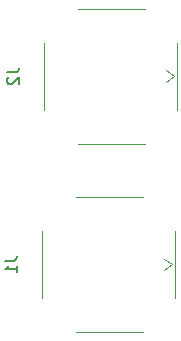
<source format=gbr>
%TF.GenerationSoftware,KiCad,Pcbnew,8.0.4*%
%TF.CreationDate,2024-07-20T11:29:04+02:00*%
%TF.ProjectId,Generatpr XR-2206,47656e65-7261-4747-9072-2058522d3232,rev?*%
%TF.SameCoordinates,Original*%
%TF.FileFunction,Legend,Bot*%
%TF.FilePolarity,Positive*%
%FSLAX46Y46*%
G04 Gerber Fmt 4.6, Leading zero omitted, Abs format (unit mm)*
G04 Created by KiCad (PCBNEW 8.0.4) date 2024-07-20 11:29:04*
%MOMM*%
%LPD*%
G01*
G04 APERTURE LIST*
%ADD10C,0.150000*%
%ADD11C,0.120000*%
G04 APERTURE END LIST*
D10*
X186889819Y-66706666D02*
X187604104Y-66706666D01*
X187604104Y-66706666D02*
X187746961Y-66659047D01*
X187746961Y-66659047D02*
X187842200Y-66563809D01*
X187842200Y-66563809D02*
X187889819Y-66420952D01*
X187889819Y-66420952D02*
X187889819Y-66325714D01*
X186985057Y-67135238D02*
X186937438Y-67182857D01*
X186937438Y-67182857D02*
X186889819Y-67278095D01*
X186889819Y-67278095D02*
X186889819Y-67516190D01*
X186889819Y-67516190D02*
X186937438Y-67611428D01*
X186937438Y-67611428D02*
X186985057Y-67659047D01*
X186985057Y-67659047D02*
X187080295Y-67706666D01*
X187080295Y-67706666D02*
X187175533Y-67706666D01*
X187175533Y-67706666D02*
X187318390Y-67659047D01*
X187318390Y-67659047D02*
X187889819Y-67087619D01*
X187889819Y-67087619D02*
X187889819Y-67706666D01*
X186724819Y-82636666D02*
X187439104Y-82636666D01*
X187439104Y-82636666D02*
X187581961Y-82589047D01*
X187581961Y-82589047D02*
X187677200Y-82493809D01*
X187677200Y-82493809D02*
X187724819Y-82350952D01*
X187724819Y-82350952D02*
X187724819Y-82255714D01*
X187724819Y-83636666D02*
X187724819Y-83065238D01*
X187724819Y-83350952D02*
X186724819Y-83350952D01*
X186724819Y-83350952D02*
X186867676Y-83255714D01*
X186867676Y-83255714D02*
X186962914Y-83160476D01*
X186962914Y-83160476D02*
X187010533Y-83065238D01*
D11*
%TO.C,J2*%
X192910000Y-72770000D02*
X198560000Y-72770000D01*
X190005000Y-64215000D02*
X190005000Y-69865000D01*
X200335000Y-67540000D02*
X201035000Y-67040000D01*
X200335000Y-66540000D02*
X201035000Y-67040000D01*
X201235000Y-69865000D02*
X201235000Y-64215000D01*
X198560000Y-61310000D02*
X192910000Y-61310000D01*
%TO.C,J1*%
X192745000Y-88700000D02*
X198395000Y-88700000D01*
X189840000Y-80145000D02*
X189840000Y-85795000D01*
X200170000Y-83470000D02*
X200870000Y-82970000D01*
X200170000Y-82470000D02*
X200870000Y-82970000D01*
X201070000Y-85795000D02*
X201070000Y-80145000D01*
X198395000Y-77240000D02*
X192745000Y-77240000D01*
%TD*%
M02*

</source>
